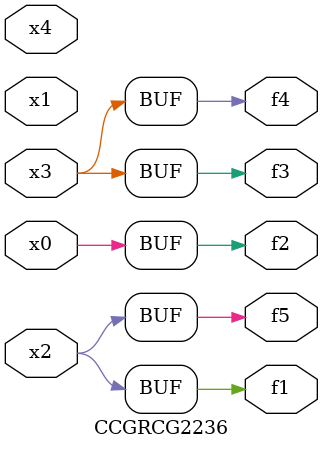
<source format=v>
module CCGRCG2236(
	input x0, x1, x2, x3, x4,
	output f1, f2, f3, f4, f5
);
	assign f1 = x2;
	assign f2 = x0;
	assign f3 = x3;
	assign f4 = x3;
	assign f5 = x2;
endmodule

</source>
